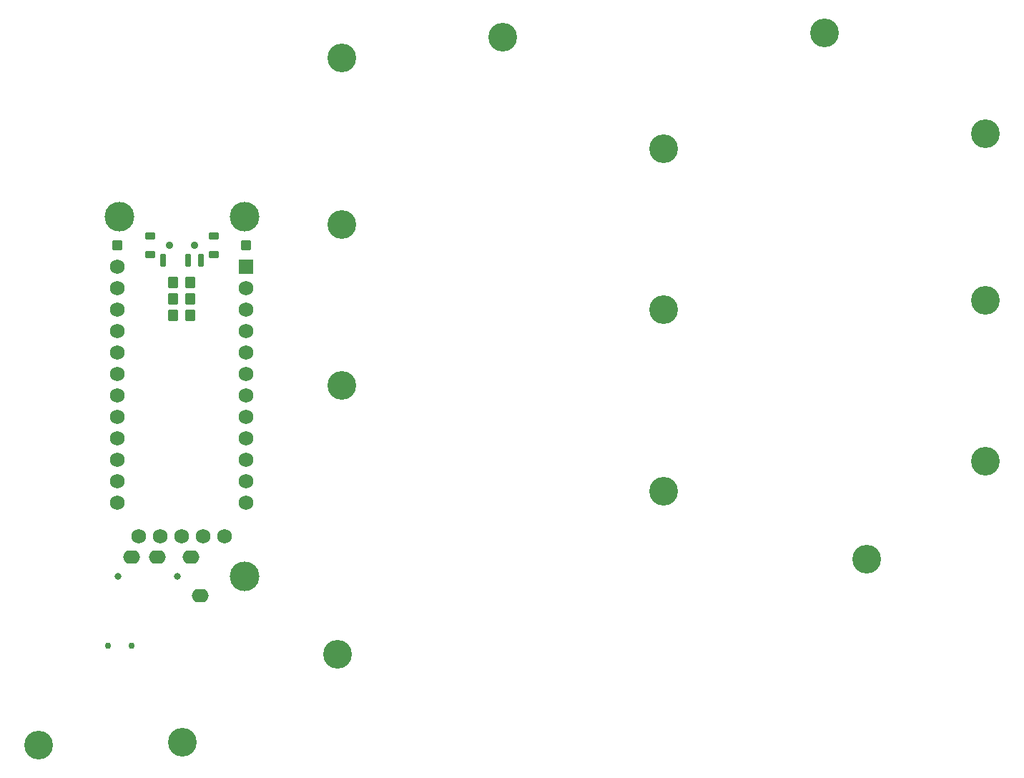
<source format=gbs>
%TF.GenerationSoftware,KiCad,Pcbnew,7.0.7-2.fc38*%
%TF.CreationDate,2023-10-08T12:29:29+05:30*%
%TF.ProjectId,tako_left,74616b6f-5f6c-4656-9674-2e6b69636164,rev?*%
%TF.SameCoordinates,Original*%
%TF.FileFunction,Soldermask,Bot*%
%TF.FilePolarity,Negative*%
%FSLAX46Y46*%
G04 Gerber Fmt 4.6, Leading zero omitted, Abs format (unit mm)*
G04 Created by KiCad (PCBNEW 7.0.7-2.fc38) date 2023-10-08 12:29:29*
%MOMM*%
%LPD*%
G01*
G04 APERTURE LIST*
G04 Aperture macros list*
%AMRoundRect*
0 Rectangle with rounded corners*
0 $1 Rounding radius*
0 $2 $3 $4 $5 $6 $7 $8 $9 X,Y pos of 4 corners*
0 Add a 4 corners polygon primitive as box body*
4,1,4,$2,$3,$4,$5,$6,$7,$8,$9,$2,$3,0*
0 Add four circle primitives for the rounded corners*
1,1,$1+$1,$2,$3*
1,1,$1+$1,$4,$5*
1,1,$1+$1,$6,$7*
1,1,$1+$1,$8,$9*
0 Add four rect primitives between the rounded corners*
20,1,$1+$1,$2,$3,$4,$5,0*
20,1,$1+$1,$4,$5,$6,$7,0*
20,1,$1+$1,$6,$7,$8,$9,0*
20,1,$1+$1,$8,$9,$2,$3,0*%
G04 Aperture macros list end*
%ADD10RoundRect,0.312500X-0.312500X-0.312500X0.312500X-0.312500X0.312500X0.312500X-0.312500X0.312500X0*%
%ADD11C,3.400000*%
%ADD12C,3.500000*%
%ADD13RoundRect,0.312500X0.312500X0.312500X-0.312500X0.312500X-0.312500X-0.312500X0.312500X-0.312500X0*%
%ADD14C,1.752600*%
%ADD15C,0.800000*%
%ADD16O,2.000000X1.600000*%
%ADD17C,0.750000*%
%ADD18RoundRect,0.250000X0.350000X0.450000X-0.350000X0.450000X-0.350000X-0.450000X0.350000X-0.450000X0*%
%ADD19RoundRect,0.120000X-0.480000X-0.280000X0.480000X-0.280000X0.480000X0.280000X-0.480000X0.280000X0*%
%ADD20C,0.900000*%
%ADD21RoundRect,0.105000X-0.245000X-0.645000X0.245000X-0.645000X0.245000X0.645000X-0.245000X0.645000X0*%
%ADD22RoundRect,0.250000X-0.350000X-0.450000X0.350000X-0.450000X0.350000X0.450000X-0.350000X0.450000X0*%
%ADD23R,1.752600X1.752600*%
G04 APERTURE END LIST*
D10*
%TO.C,BAT_HOLE-101*%
X38155480Y-57819423D03*
%TD*%
D11*
%TO.C,H103*%
X140906339Y-83435489D03*
%TD*%
%TO.C,H102*%
X140906350Y-64385490D03*
%TD*%
%TO.C,H18*%
X45829990Y-116671093D03*
%TD*%
%TO.C,H110*%
X64706339Y-35666056D03*
%TD*%
D12*
%TO.C,H115*%
X53181889Y-54480531D03*
%TD*%
D11*
%TO.C,H108*%
X102806338Y-86959989D03*
%TD*%
%TO.C,H105*%
X126906338Y-94960499D03*
%TD*%
%TO.C,H112*%
X64706342Y-74434994D03*
%TD*%
%TO.C,H113*%
X64247990Y-106243093D03*
%TD*%
D12*
%TO.C,H116*%
X38400564Y-54480077D03*
%TD*%
D11*
%TO.C,H104*%
X121856340Y-32666056D03*
%TD*%
%TO.C,H107*%
X102806347Y-65434996D03*
%TD*%
%TO.C,H114*%
X28851834Y-117014598D03*
%TD*%
D12*
%TO.C,H117*%
X53181888Y-97039423D03*
%TD*%
D11*
%TO.C,H101*%
X140906345Y-44666058D03*
%TD*%
D13*
%TO.C,BAT_HOLE+101*%
X53428978Y-57819423D03*
%TD*%
D14*
%TO.C,DISP101*%
X40711557Y-92332635D03*
X43251557Y-92332635D03*
X45791557Y-92332635D03*
X48331557Y-92332635D03*
X50871557Y-92332635D03*
%TD*%
D11*
%TO.C,H109*%
X83756337Y-33166058D03*
%TD*%
D15*
%TO.C,J101*%
X38262468Y-97030596D03*
X45262468Y-97030596D03*
D16*
X47962468Y-99330596D03*
X39862468Y-94730596D03*
X42862468Y-94730596D03*
X46862468Y-94730596D03*
%TD*%
D17*
%TO.C,RSW101*%
X37062468Y-105230596D03*
X39812468Y-105230596D03*
%TD*%
D11*
%TO.C,H111*%
X64706336Y-55384996D03*
%TD*%
%TO.C,H106*%
X102806346Y-46384994D03*
%TD*%
D18*
%TO.C,R101*%
X46773372Y-62242136D03*
X44773372Y-62242136D03*
%TD*%
D19*
%TO.C,PSW101*%
X42041307Y-56712135D03*
X42041307Y-58922135D03*
D20*
X44291307Y-57812135D03*
X47291307Y-57812135D03*
D19*
X49541307Y-56712135D03*
X49541307Y-58922135D03*
D21*
X43541307Y-59572135D03*
X46541307Y-59572135D03*
X48041307Y-59572135D03*
%TD*%
D22*
%TO.C,R102*%
X44773374Y-64192135D03*
X46773374Y-64192135D03*
%TD*%
D23*
%TO.C,U101*%
X53411311Y-60373658D03*
D14*
X53411311Y-62913658D03*
X53411311Y-65453658D03*
X53411311Y-67993658D03*
X53411311Y-70533658D03*
X53411311Y-73073658D03*
X53411311Y-75613658D03*
X53411311Y-78153658D03*
X53411311Y-80693658D03*
X53411311Y-83233658D03*
X53411311Y-85773658D03*
X53411311Y-88313658D03*
X38171311Y-88313658D03*
X38171311Y-85773658D03*
X38171311Y-83233658D03*
X38171311Y-80693658D03*
X38171311Y-78153658D03*
X38171311Y-75613658D03*
X38171311Y-73073658D03*
X38171311Y-70533658D03*
X38171311Y-67993658D03*
X38171311Y-65453658D03*
X38171311Y-62913658D03*
X38171311Y-60373658D03*
%TD*%
D22*
%TO.C,R103*%
X44773372Y-66142134D03*
X46773372Y-66142134D03*
%TD*%
M02*

</source>
